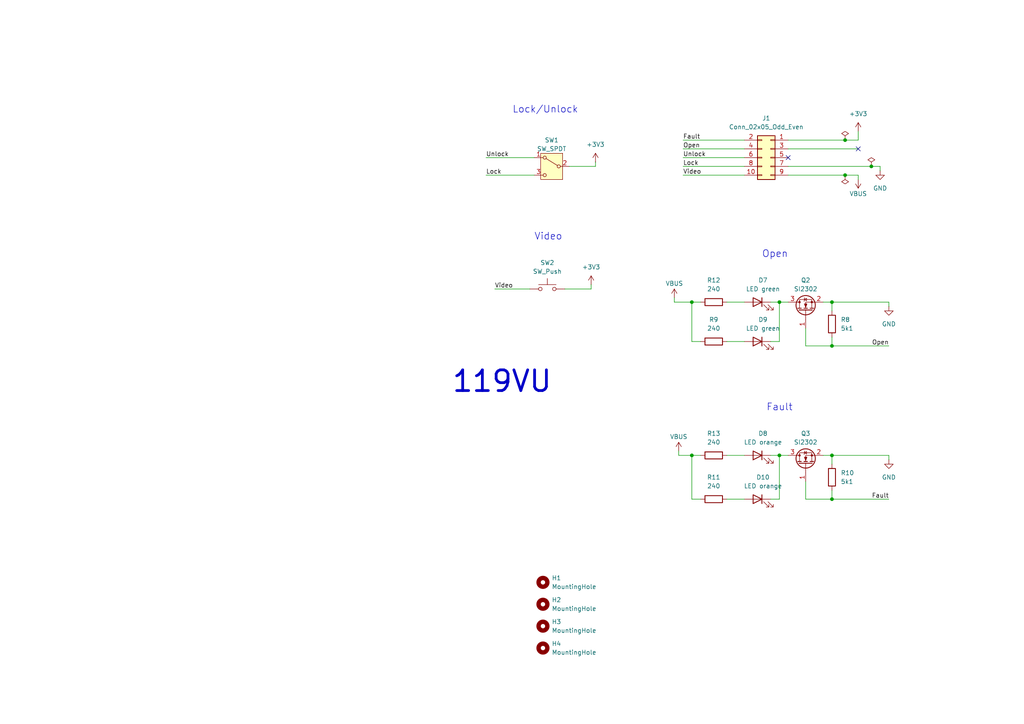
<source format=kicad_sch>
(kicad_sch (version 20231120) (generator "eeschema") (generator_version "8.0")
  (paper "A4")
  (lib_symbols
    (symbol "+3V3_1" (power) (pin_numbers hide) (pin_names (offset 0) hide)
      (property "Value" "+3V3" (at 0 3.556 0))
      (symbol "+3V3_1_0_1"
        (polyline (pts (xy -0.762 1.27) (xy 0 2.54)))
        (polyline (pts (xy 0 0) (xy 0 2.54)))
        (polyline (pts (xy 0 2.54) (xy 0.762 1.27)))
      )
      (symbol "+3V3_1_1_1"
        (pin power_in line (at 0 0 90) (length 0) (name "~") (number "1"))
      )
    )
    (symbol "Connector_Generic:Conn_02x05_Odd_Even" (pin_names (offset 1.016) hide)
      (property "Reference" "J" (at 1.27 7.62 0))
      (property "Value" "Conn_02x05_Odd_Even" (at 1.27 -7.62 0))
      (symbol "Conn_02x05_Odd_Even_1_1"
        (rectangle (start -1.27 -4.953) (end 0 -5.207) (stroke (width 0.1524)))
        (rectangle (start -1.27 -2.413) (end 0 -2.667) (stroke (width 0.1524)))
        (rectangle (start -1.27 0.127) (end 0 -0.127) (stroke (width 0.1524)))
        (rectangle (start -1.27 2.667) (end 0 2.413) (stroke (width 0.1524)))
        (rectangle (start -1.27 5.207) (end 0 4.953) (stroke (width 0.1524)))
        (rectangle (start -1.27 6.35) (end 3.81 -6.35) (stroke (width 0.254)) (fill (type background)))
        (rectangle (start 3.81 -4.953) (end 2.54 -5.207) (stroke (width 0.1524)))
        (rectangle (start 3.81 -2.413) (end 2.54 -2.667) (stroke (width 0.1524)))
        (rectangle (start 3.81 0.127) (end 2.54 -0.127) (stroke (width 0.1524)))
        (rectangle (start 3.81 2.667) (end 2.54 2.413) (stroke (width 0.1524)))
        (rectangle (start 3.81 5.207) (end 2.54 4.953) (stroke (width 0.1524)))
        (pin passive line (at -5.08 5.08 0) (length 3.81) (name "Pin_1") (number "1"))
        (pin passive line (at 7.62 -5.08 180) (length 3.81) (name "Pin_10") (number "10"))
        (pin passive line (at 7.62 5.08 180) (length 3.81) (name "Pin_2") (number "2"))
        (pin passive line (at -5.08 2.54 0) (length 3.81) (name "Pin_3") (number "3"))
        (pin passive line (at 7.62 2.54 180) (length 3.81) (name "Pin_4") (number "4"))
        (pin passive line (at -5.08 0 0) (length 3.81) (name "Pin_5") (number "5"))
        (pin passive line (at 7.62 0 180) (length 3.81) (name "Pin_6") (number "6"))
        (pin passive line (at -5.08 -2.54 0) (length 3.81) (name "Pin_7") (number "7"))
        (pin passive line (at 7.62 -2.54 180) (length 3.81) (name "Pin_8") (number "8"))
        (pin passive line (at -5.08 -5.08 0) (length 3.81) (name "Pin_9") (number "9"))
      )
    )
    (symbol "Device:LED" (pin_numbers hide) (pin_names (offset 1.016) hide)
      (property "Reference" "D" (at 0 2.54 0))
      (property "Value" "LED" (at 0 -2.54 0))
      (symbol "LED_0_1"
        (polyline (pts (xy -1.27 -1.27) (xy -1.27 1.27)) (stroke (width 0.254)))
        (polyline (pts (xy -1.27 0) (xy 1.27 0)))
        (polyline (pts (xy 1.27 -1.27) (xy 1.27 1.27) (xy -1.27 0) (xy 1.27 -1.27)) (stroke (width 0.254)))
        (polyline (pts (xy -3.048 -0.762) (xy -4.572 -2.286) (xy -3.81 -2.286) (xy -4.572 -2.286) (xy -4.572 -1.524)))
        (polyline (pts (xy -1.778 -0.762) (xy -3.302 -2.286) (xy -2.54 -2.286) (xy -3.302 -2.286) (xy -3.302 -1.524)))
      )
      (symbol "LED_1_1"
        (pin passive line (at -3.81 0 0) (length 2.54) (name "K") (number "1"))
        (pin passive line (at 3.81 0 180) (length 2.54) (name "A") (number "2"))
      )
    )
    (symbol "Device:R" (pin_numbers hide) (pin_names (offset 0))
      (property "Reference" "R" (at 2.032 0 90))
      (property "Value" "R" (at 0 0 90))
      (symbol "R_0_1"
        (rectangle (start -1.016 -2.54) (end 1.016 2.54) (stroke (width 0.254)))
      )
      (symbol "R_1_1"
        (pin passive line (at 0 3.81 270) (length 1.27) (name "~") (number "1"))
        (pin passive line (at 0 -3.81 90) (length 1.27) (name "~") (number "2"))
      )
    )
    (symbol "GND_1" (power) (pin_numbers hide) (pin_names (offset 0) hide)
      (property "Value" "GND" (at 0 -3.81 0))
      (symbol "GND_1_0_1"
        (polyline (pts (xy 0 0) (xy 0 -1.27) (xy 1.27 -1.27) (xy 0 -2.54) (xy -1.27 -1.27) (xy 0 -1.27)))
      )
      (symbol "GND_1_1_1"
        (pin power_in line (at 0 0 270) (length 0) (name "~") (number "1"))
      )
    )
    (symbol "GND_2" (power) (pin_numbers hide) (pin_names (offset 0) hide)
      (property "Value" "GND" (at 0 -3.81 0))
      (symbol "GND_2_0_1"
        (polyline (pts (xy 0 0) (xy 0 -1.27) (xy 1.27 -1.27) (xy 0 -2.54) (xy -1.27 -1.27) (xy 0 -1.27)))
      )
      (symbol "GND_2_1_1"
        (pin power_in line (at 0 0 270) (length 0) (name "~") (number "1"))
      )
    )
    (symbol "Mechanical:MountingHole" (pin_names (offset 1.016))
      (property "Reference" "H" (at 0 5.08 0))
      (property "Value" "MountingHole" (at 0 3.175 0))
      (symbol "MountingHole_0_1"
        (circle (center 0 0) (radius 1.27) (stroke (width 1.27)))
      )
    )
    (symbol "Switch:SW_Push" (pin_numbers hide) (pin_names (offset 1.016) hide)
      (property "Reference" "SW" (at 1.27 2.54 0))
      (property "Value" "SW_Push" (at 0 -1.524 0))
      (symbol "SW_Push_0_1"
        (circle (center -2.032 0) (radius 0.508))
        (polyline (pts (xy 0 1.27) (xy 0 3.048)))
        (polyline (pts (xy 2.54 1.27) (xy -2.54 1.27)))
        (circle (center 2.032 0) (radius 0.508))
        (pin passive line (at -5.08 0 0) (length 2.54) (name "1") (number "1"))
        (pin passive line (at 5.08 0 180) (length 2.54) (name "2") (number "2"))
      )
    )
    (symbol "Switch:SW_SPDT" (pin_names (offset 0) hide)
      (property "Reference" "SW" (at 0 5.08 0))
      (property "Value" "SW_SPDT" (at 0 -5.08 0))
      (symbol "SW_SPDT_0_1"
        (circle (center -2.032 0) (radius 0.4572))
        (polyline (pts (xy -1.651 0.254) (xy 1.651 2.286)))
        (circle (center 2.032 -2.54) (radius 0.4572))
        (circle (center 2.032 2.54) (radius 0.4572))
      )
      (symbol "SW_SPDT_1_1"
        (rectangle (start -3.175 3.81) (end 3.175 -3.81) (fill (type background)))
        (pin passive line (at 5.08 2.54 180) (length 2.54) (name "A") (number "1"))
        (pin passive line (at -5.08 0 0) (length 2.54) (name "B") (number "2"))
        (pin passive line (at 5.08 -2.54 180) (length 2.54) (name "C") (number "3"))
      )
    )
    (symbol "Transistor_FET:2N7002K" (pin_names hide)
      (property "Reference" "Q" (at 5.08 1.905 0))
      (property "Value" "2N7002K" (at 5.08 0 0))
      (symbol "2N7002K_0_1"
        (polyline (pts (xy 0.254 0) (xy -2.54 0)))
        (polyline (pts (xy 0.254 1.905) (xy 0.254 -1.905)) (stroke (width 0.254)))
        (polyline (pts (xy 0.762 -1.27) (xy 0.762 -2.286)) (stroke (width 0.254)))
        (polyline (pts (xy 0.762 0.508) (xy 0.762 -0.508)) (stroke (width 0.254)))
        (polyline (pts (xy 0.762 2.286) (xy 0.762 1.27)) (stroke (width 0.254)))
        (polyline (pts (xy 2.54 2.54) (xy 2.54 1.778)))
        (polyline (pts (xy 2.54 -2.54) (xy 2.54 0) (xy 0.762 0)))
        (polyline (pts (xy 0.762 -1.778) (xy 3.302 -1.778) (xy 3.302 1.778) (xy 0.762 1.778)))
        (polyline (pts (xy 1.016 0) (xy 2.032 0.381) (xy 2.032 -0.381) (xy 1.016 0)) (fill (type outline)))
        (polyline (pts (xy 2.794 0.508) (xy 2.921 0.381) (xy 3.683 0.381) (xy 3.81 0.254)))
        (polyline (pts (xy 3.302 0.381) (xy 2.921 -0.254) (xy 3.683 -0.254) (xy 3.302 0.381)))
        (circle (center 1.651 0) (radius 2.794) (stroke (width 0.254)))
        (circle (center 2.54 -1.778) (radius 0.254) (fill (type outline)))
        (circle (center 2.54 1.778) (radius 0.254) (fill (type outline)))
      )
      (symbol "2N7002K_1_1"
        (pin input line (at -5.08 0 0) (length 2.54) (name "G") (number "1"))
        (pin passive line (at 2.54 -5.08 90) (length 2.54) (name "S") (number "2"))
        (pin passive line (at 2.54 5.08 270) (length 2.54) (name "D") (number "3"))
      )
    )
    (symbol "VBUS_1" (power) (pin_numbers hide) (pin_names (offset 0) hide)
      (property "Value" "VBUS" (at 0 3.556 0))
      (symbol "VBUS_1_0_1"
        (polyline (pts (xy -0.762 1.27) (xy 0 2.54)))
        (polyline (pts (xy 0 0) (xy 0 2.54)))
        (polyline (pts (xy 0 2.54) (xy 0.762 1.27)))
      )
      (symbol "VBUS_1_1_1"
        (pin power_in line (at 0 0 90) (length 0) (name "~") (number "1"))
      )
    )
    (symbol "VBUS_2" (power) (pin_numbers hide) (pin_names (offset 0) hide)
      (property "Value" "VBUS" (at 0 3.556 0))
      (symbol "VBUS_2_0_1"
        (polyline (pts (xy -0.762 1.27) (xy 0 2.54)))
        (polyline (pts (xy 0 0) (xy 0 2.54)))
        (polyline (pts (xy 0 2.54) (xy 0.762 1.27)))
      )
      (symbol "VBUS_2_1_1"
        (pin power_in line (at 0 0 90) (length 0) (name "~") (number "1"))
      )
    )
    (symbol "power:+3V3" (power) (pin_numbers hide) (pin_names (offset 0) hide)
      (property "Value" "+3V3" (at 0 3.556 0))
      (symbol "+3V3_0_1"
        (polyline (pts (xy -0.762 1.27) (xy 0 2.54)))
        (polyline (pts (xy 0 0) (xy 0 2.54)))
        (polyline (pts (xy 0 2.54) (xy 0.762 1.27)))
      )
      (symbol "+3V3_1_1"
        (pin power_in line (at 0 0 90) (length 0) (name "~") (number "1"))
      )
    )
    (symbol "power:GND" (power) (pin_numbers hide) (pin_names (offset 0) hide)
      (property "Value" "GND" (at 0 -3.81 0))
      (symbol "GND_0_1"
        (polyline (pts (xy 0 0) (xy 0 -1.27) (xy 1.27 -1.27) (xy 0 -2.54) (xy -1.27 -1.27) (xy 0 -1.27)))
      )
      (symbol "GND_1_1"
        (pin power_in line (at 0 0 270) (length 0) (name "~") (number "1"))
      )
    )
    (symbol "power:PWR_FLAG" (power) (pin_numbers hide) (pin_names (offset 0) hide)
      (property "Value" "PWR_FLAG" (at 0 3.81 0))
      (symbol "PWR_FLAG_0_0"
        (pin power_out line (at 0 0 90) (length 0) (name "~") (number "1"))
      )
      (symbol "PWR_FLAG_0_1"
        (polyline (pts (xy 0 0) (xy 0 1.27) (xy -1.016 1.905) (xy 0 2.54) (xy 1.016 1.905) (xy 0 1.27)))
      )
    )
    (symbol "power:VBUS" (power) (pin_numbers hide) (pin_names (offset 0) hide)
      (property "Value" "VBUS" (at 0 3.556 0))
      (symbol "VBUS_0_1"
        (polyline (pts (xy -0.762 1.27) (xy 0 2.54)))
        (polyline (pts (xy 0 0) (xy 0 2.54)))
        (polyline (pts (xy 0 2.54) (xy 0.762 1.27)))
      )
      (symbol "VBUS_1_1"
        (pin power_in line (at 0 0 90) (length 0) (name "~") (number "1"))
      )
    )
  )
  (junction (at 241.3 132.08))
  (junction (at 226.06 132.08))
  (junction (at 241.3 100.33))
  (junction (at 200.66 87.63))
  (junction (at 241.3 144.78))
  (junction (at 241.3 87.63))
  (junction (at 245.11 50.8))
  (junction (at 252.73 48.26))
  (junction (at 245.11 40.64))
  (junction (at 226.06 87.63))
  (junction (at 200.66 132.08))
  (no_connect (at 228.6 45.72))
  (no_connect (at 248.92 43.18))
  (wire (pts (xy 241.3 144.78) (xy 257.81 144.78)))
  (wire (pts (xy 257.81 133.35) (xy 257.81 132.08)))
  (wire (pts (xy 140.97 50.8) (xy 154.94 50.8)))
  (wire (pts (xy 196.85 132.08) (xy 200.66 132.08)))
  (wire (pts (xy 165.1 48.26) (xy 172.72 48.26)))
  (wire (pts (xy 241.3 87.63) (xy 241.3 90.17)))
  (wire (pts (xy 233.68 139.7) (xy 233.68 144.78)))
  (wire (pts (xy 210.82 132.08) (xy 215.9 132.08)))
  (wire (pts (xy 198.12 40.64) (xy 215.9 40.64)))
  (wire (pts (xy 233.68 95.25) (xy 233.68 100.33)))
  (wire (pts (xy 248.92 38.1) (xy 248.92 40.64)))
  (wire (pts (xy 241.3 100.33) (xy 257.81 100.33)))
  (wire (pts (xy 226.06 87.63) (xy 228.6 87.63)))
  (wire (pts (xy 198.12 50.8) (xy 215.9 50.8)))
  (wire (pts (xy 226.06 87.63) (xy 226.06 99.06)))
  (wire (pts (xy 140.97 45.72) (xy 154.94 45.72)))
  (wire (pts (xy 238.76 87.63) (xy 241.3 87.63)))
  (wire (pts (xy 210.82 87.63) (xy 215.9 87.63)))
  (wire (pts (xy 245.11 50.8) (xy 248.92 50.8)))
  (wire (pts (xy 210.82 99.06) (xy 215.9 99.06)))
  (wire (pts (xy 223.52 87.63) (xy 226.06 87.63)))
  (wire (pts (xy 228.6 48.26) (xy 252.73 48.26)))
  (wire (pts (xy 172.72 46.99) (xy 172.72 48.26)))
  (wire (pts (xy 226.06 132.08) (xy 228.6 132.08)))
  (wire (pts (xy 228.6 50.8) (xy 245.11 50.8)))
  (wire (pts (xy 255.27 48.26) (xy 255.27 49.53)))
  (wire (pts (xy 163.83 83.82) (xy 171.45 83.82)))
  (wire (pts (xy 200.66 132.08) (xy 203.2 132.08)))
  (wire (pts (xy 223.52 144.78) (xy 226.06 144.78)))
  (wire (pts (xy 200.66 87.63) (xy 203.2 87.63)))
  (wire (pts (xy 248.92 52.07) (xy 248.92 50.8)))
  (wire (pts (xy 238.76 132.08) (xy 241.3 132.08)))
  (wire (pts (xy 257.81 87.63) (xy 241.3 87.63)))
  (wire (pts (xy 228.6 43.18) (xy 248.92 43.18)))
  (wire (pts (xy 198.12 48.26) (xy 215.9 48.26)))
  (wire (pts (xy 257.81 88.9) (xy 257.81 87.63)))
  (wire (pts (xy 226.06 144.78) (xy 226.06 132.08)))
  (wire (pts (xy 198.12 45.72) (xy 215.9 45.72)))
  (wire (pts (xy 223.52 99.06) (xy 226.06 99.06)))
  (wire (pts (xy 257.81 132.08) (xy 241.3 132.08)))
  (wire (pts (xy 228.6 40.64) (xy 245.11 40.64)))
  (wire (pts (xy 252.73 48.26) (xy 255.27 48.26)))
  (wire (pts (xy 245.11 40.64) (xy 248.92 40.64)))
  (wire (pts (xy 210.82 144.78) (xy 215.9 144.78)))
  (wire (pts (xy 233.68 100.33) (xy 241.3 100.33)))
  (wire (pts (xy 203.2 144.78) (xy 200.66 144.78)))
  (wire (pts (xy 196.85 132.08) (xy 196.85 130.81)))
  (wire (pts (xy 203.2 99.06) (xy 200.66 99.06)))
  (wire (pts (xy 171.45 82.55) (xy 171.45 83.82)))
  (wire (pts (xy 233.68 144.78) (xy 241.3 144.78)))
  (wire (pts (xy 241.3 142.24) (xy 241.3 144.78)))
  (wire (pts (xy 223.52 132.08) (xy 226.06 132.08)))
  (wire (pts (xy 195.58 87.63) (xy 200.66 87.63)))
  (wire (pts (xy 241.3 132.08) (xy 241.3 134.62)))
  (wire (pts (xy 143.51 83.82) (xy 153.67 83.82)))
  (wire (pts (xy 195.58 87.63) (xy 195.58 86.36)))
  (wire (pts (xy 200.66 144.78) (xy 200.66 132.08)))
  (wire (pts (xy 198.12 43.18) (xy 215.9 43.18)))
  (wire (pts (xy 200.66 99.06) (xy 200.66 87.63)))
  (wire (pts (xy 241.3 97.79) (xy 241.3 100.33)))
  (text "Video" (at 154.94 69.85 0) (effects (font (size 2 2)) (justify left bottom)))
  (text "Fault" (at 222.25 119.38 0) (effects (font (size 2 2)) (justify left bottom)))
  (text "119VU" (at 130.81 114.3 0) (effects (font (size 6 6) (thickness 0.8) (bold yes)) (justify left bottom)))
  (text "Lock/Unlock" (at 148.59 33.02 0) (effects (font (size 2 2)) (justify left bottom)))
  (text "Open" (at 220.98 74.93 0) (effects (font (size 2 2)) (justify left bottom)))
  (label "Video" (at 143.51 83.82 0))
  (label "Lock" (at 140.97 50.8 0))
  (label "Open" (at 198.12 43.18 0))
  (label "Fault" (at 198.12 40.64 0))
  (label "Open" (at 257.81 100.33 180))
  (label "Unlock" (at 198.12 45.72 0))
  (label "Lock" (at 198.12 48.26 0))
  (label "Fault" (at 257.81 144.78 180))
  (label "Video" (at 198.12 50.8 0))
  (label "Unlock" (at 140.97 45.72 0))
  (symbol (lib_name "VBUS_2") (lib_id "power:VBUS") (at 196.85 130.81 0) (unit 1)
    (property "Reference" "#PWR05" (effects (hide yes)))
    (property "Value" "VBUS" (at 196.85 126.6769 0))
    (property "Description" "Power symbol creates a global label with name \"VBUS\"" (effects (hide yes)))
  )
  (symbol (lib_id "power:PWR_FLAG") (at 252.73 48.26 0) (unit 1)
    (property "Reference" "#FLG03" (effects (hide yes)))
    (property "Value" "PWR_FLAG" (effects (hide yes)))
    (property "Description" "Special symbol for telling ERC where power comes from" (effects (hide yes)))
  )
  (symbol (lib_id "Transistor_FET:2N7002K") (at 233.68 134.62 90) (unit 1)
    (property "Reference" "Q3" (at 233.68 125.73 90))
    (property "Value" "SI2302" (at 233.68 128.27 90))
    (property "Footprint" "Package_TO_SOT_SMD:SOT-23" (effects (hide yes)))
    (property "Datasheet" "https://www.diodes.com/assets/Datasheets/ds30896.pdf" (effects (hide yes)))
    (property "Description" "0.38A Id, 60V Vds, N-Channel MOSFET, SOT-23" (effects (hide yes)))
    (property "Manufracturer" "YONGYUTAI" (effects (hide yes)))
    (property "Manufracturer Part Number" "SI2302" (effects (hide yes)))
    (property "JLCPCB Part" "C2891732" (effects (hide yes)))
  )
  (symbol (lib_id "Mechanical:MountingHole") (at 157.48 181.61 0) (unit 1) (in_bom no)
    (property "Reference" "H3" (at 160.02 180.34 0) (effects (justify left)))
    (property "Value" "MountingHole" (at 160.02 182.88 0) (effects (justify left)))
    (property "Footprint" "MountingHole:MountingHole_2.2mm_M2" (effects (hide yes)))
  )
  (symbol (lib_id "Mechanical:MountingHole") (at 157.48 175.26 0) (unit 1) (in_bom no)
    (property "Reference" "H2" (at 160.02 173.99 0) (effects (justify left)))
    (property "Value" "MountingHole" (at 160.02 176.53 0) (effects (justify left)))
    (property "Footprint" "MountingHole:MountingHole_2.2mm_M2" (effects (hide yes)))
  )
  (symbol (lib_id "power:+3V3") (at 248.92 38.1 0) (unit 1)
    (property "Reference" "#PWR014" (effects (hide yes)))
    (property "Value" "+3V3" (at 248.92 33.02 0))
    (property "Description" "Power symbol creates a global label with name \"+3V3\"" (effects (hide yes)))
  )
  (symbol (lib_name "+3V3_1") (lib_id "power:+3V3") (at 171.45 82.55 0) (unit 1)
    (property "Reference" "#PWR013" (effects (hide yes)))
    (property "Value" "+3V3" (at 171.45 77.47 0))
    (property "Description" "Power symbol creates a global label with name \"+3V3\"" (effects (hide yes)))
  )
  (symbol (lib_id "Mechanical:MountingHole") (at 157.48 187.96 0) (unit 1) (in_bom no)
    (property "Reference" "H4" (at 160.02 186.69 0) (effects (justify left)))
    (property "Value" "MountingHole" (at 160.02 189.23 0) (effects (justify left)))
    (property "Footprint" "MountingHole:MountingHole_2.2mm_M2" (effects (hide yes)))
  )
  (symbol (lib_id "Switch:SW_SPDT") (at 160.02 48.26 0) (mirror y) (unit 1)
    (property "Reference" "SW1" (at 160.02 40.64 0))
    (property "Value" "SW_SPDT" (at 160.02 43.18 0))
    (property "Footprint" "NiasStuff:SW_SPDT_YUEN-FUNG_ST-0-103-A01-T000-RS" (effects (hide yes)))
    (property "Description" "Switch, single pole double throw" (effects (hide yes)))
    (property "JLCPCB Part" "C1788488" (effects (hide yes)))
    (property "Manufracturer" "YUEN FUNG" (effects (hide yes)))
    (property "Manufracturer Part Number" "ST-0-103-A01-T000-RS" (effects (hide yes)))
  )
  (symbol (lib_id "Device:R") (at 207.01 99.06 90) (unit 1)
    (property "Reference" "R9" (at 207.01 92.71 90))
    (property "Value" "240" (at 207.01 95.25 90))
    (property "Footprint" "Resistor_SMD:R_0805_2012Metric" (effects (hide yes)))
    (property "Datasheet" "https://www.lcsc.com/datasheet/lcsc_datasheet_2206010200_UNI-ROYAL-Uniroyal-Elec-0805W8F2400T5E_C17572.pdf" (effects (hide yes)))
    (property "JLCPCB Part" "C17572" (effects (hide yes)))
    (property "Manufracturer" "UNI-ROYAL(Uniroyal Elec)" (effects (hide yes)))
    (property "Manufracturer Part Number" "0805W8F2400T5E" (effects (hide yes)))
  )
  (symbol (lib_id "power:PWR_FLAG") (at 245.11 40.64 0) (unit 1)
    (property "Reference" "#FLG01" (effects (hide yes)))
    (property "Value" "PWR_FLAG" (effects (hide yes)))
    (property "Description" "Special symbol for telling ERC where power comes from" (effects (hide yes)))
  )
  (symbol (lib_id "Device:LED") (at 219.71 99.06 0) (mirror y) (unit 1)
    (property "Reference" "D9" (at 221.2975 92.71 0))
    (property "Value" "LED green" (at 221.2975 95.25 0))
    (property "Footprint" "LED_SMD:LED_0805_2012Metric" (effects (hide yes)))
    (property "Datasheet" "https://www.lcsc.com/datasheet/lcsc_datasheet_2402181505_XINGLIGHT-XL-2012SYGC_C965816.pdf" (effects (hide yes)))
    (property "JLCPCB Part" "C965816" (effects (hide yes)))
    (property "Manufracturer" "XINGLIGHT" (effects (hide yes)))
    (property "Manufracturer Part Number" "XL-2012SYGC" (effects (hide yes)))
  )
  (symbol (lib_id "Device:R") (at 207.01 87.63 90) (unit 1)
    (property "Reference" "R12" (at 207.01 81.28 90))
    (property "Value" "240" (at 207.01 83.82 90))
    (property "Footprint" "Resistor_SMD:R_0805_2012Metric" (effects (hide yes)))
    (property "Datasheet" "https://www.lcsc.com/datasheet/lcsc_datasheet_2206010200_UNI-ROYAL-Uniroyal-Elec-0805W8F2400T5E_C17572.pdf" (effects (hide yes)))
    (property "JLCPCB Part" "C17572" (effects (hide yes)))
    (property "Manufracturer" "UNI-ROYAL(Uniroyal Elec)" (effects (hide yes)))
    (property "Manufracturer Part Number" "0805W8F2400T5E" (effects (hide yes)))
  )
  (symbol (lib_id "Connector_Generic:Conn_02x05_Odd_Even") (at 223.52 45.72 0) (mirror y) (unit 1)
    (property "Reference" "J1" (at 222.25 34.29 0))
    (property "Value" "Conn_02x05_Odd_Even" (at 222.25 36.83 0))
    (property "Footprint" "Connector_IDC:IDC-Header_2x05_P2.54mm_Vertical" (effects (hide yes)))
    (property "Datasheet" "https://www.lcsc.com/datasheet/lcsc_datasheet_1810281612_BOOMELE-Boom-Precision-Elec-2-54-2-5P_C5665.pdf" (effects (hide yes)))
    (property "JLCPCB Part" "C5665" (effects (hide yes)))
    (property "Manufracturer" "BOOMELE(Boom Precision Elec)" (effects (hide yes)))
    (property "Manufracturer Part Number" "2.54-2*5P" (effects (hide yes)))
  )
  (symbol (lib_id "power:PWR_FLAG") (at 245.11 50.8 180) (unit 1)
    (property "Reference" "#FLG02" (effects (hide yes)))
    (property "Value" "PWR_FLAG" (effects (hide yes)))
    (property "Description" "Special symbol for telling ERC where power comes from" (effects (hide yes)))
  )
  (symbol (lib_id "Device:R") (at 241.3 93.98 180) (unit 1)
    (property "Reference" "R8" (at 243.84 92.71 0) (effects (justify right)))
    (property "Value" "5k1" (at 243.84 95.25 0) (effects (justify right)))
    (property "Footprint" "Resistor_SMD:R_0603_1608Metric" (effects (hide yes)))
    (property "Datasheet" "https://www.lcsc.com/datasheet/lcsc_datasheet_2206010116_UNI-ROYAL-Uniroyal-Elec-0603WAF5101T5E_C23186.pdf" (effects (hide yes)))
    (property "JLCPCB Part" "C23186" (effects (hide yes)))
    (property "Manufracturer" "UNI-ROYAL(Uniroyal Elec)" (effects (hide yes)))
    (property "Manufracturer Part Number" "0603WAF5101T5E" (effects (hide yes)))
  )
  (symbol (lib_name "GND_2") (lib_id "power:GND") (at 257.81 133.35 0) (unit 1)
    (property "Reference" "#PWR06" (effects (hide yes)))
    (property "Value" "GND" (at 257.81 138.43 0))
    (property "Description" "Power symbol creates a global label with name \"GND\" , ground" (effects (hide yes)))
  )
  (symbol (lib_id "Device:LED") (at 219.71 144.78 0) (mirror y) (unit 1)
    (property "Reference" "D10" (at 221.2975 138.43 0))
    (property "Value" "LED orange" (at 221.2975 140.97 0))
    (property "Footprint" "LED_SMD:LED_0603_1608Metric" (effects (hide yes)))
    (property "Datasheet" "https://datasheet.lcsc.com/lcsc/1810201530_BrtLed-Bright-LED-Elec-BL-HKC36G-AV-TRB_C165981.pdf" (effects (hide yes)))
    (property "JLCPCB Part" "C165981" (effects (hide yes)))
    (property "Manufracturer" "BrtLed(Bright LED Elec)" (effects (hide yes)))
    (property "Manufracturer Part Number" "BL-HKC36G-AV-TRB" (effects (hide yes)))
  )
  (symbol (lib_id "power:GND") (at 255.27 49.53 0) (unit 1)
    (property "Reference" "#PWR016" (effects (hide yes)))
    (property "Value" "GND" (at 255.27 54.61 0))
    (property "Description" "Power symbol creates a global label with name \"GND\" , ground" (effects (hide yes)))
  )
  (symbol (lib_name "GND_1") (lib_id "power:GND") (at 257.81 88.9 0) (unit 1)
    (property "Reference" "#PWR03" (effects (hide yes)))
    (property "Value" "GND" (at 257.81 93.98 0))
    (property "Description" "Power symbol creates a global label with name \"GND\" , ground" (effects (hide yes)))
  )
  (symbol (lib_id "Device:R") (at 241.3 138.43 180) (unit 1)
    (property "Reference" "R10" (at 243.84 137.16 0) (effects (justify right)))
    (property "Value" "5k1" (at 243.84 139.7 0) (effects (justify right)))
    (property "Footprint" "Resistor_SMD:R_0603_1608Metric" (effects (hide yes)))
    (property "Datasheet" "https://www.lcsc.com/datasheet/lcsc_datasheet_2206010116_UNI-ROYAL-Uniroyal-Elec-0603WAF5101T5E_C23186.pdf" (effects (hide yes)))
    (property "JLCPCB Part" "C23186" (effects (hide yes)))
    (property "Manufracturer" "UNI-ROYAL(Uniroyal Elec)" (effects (hide yes)))
    (property "Manufracturer Part Number" "0603WAF5101T5E" (effects (hide yes)))
  )
  (symbol (lib_id "Switch:SW_Push") (at 158.75 83.82 0) (unit 1)
    (property "Reference" "SW2" (at 158.75 76.2 0))
    (property "Value" "SW_Push" (at 158.75 78.74 0))
    (property "Footprint" "Button_Switch_SMD:SW_Push_1TS009xxxx-xxxx-xxxx_6x6x5mm" (effects (hide yes)))
    (property "Datasheet" "https://www.lcsc.com/datasheet/lcsc_datasheet_1811151231_HYP--Hongyuan-Precision-1TS009A-1800-5000-CT_C319409.pdf" (effects (hide yes)))
    (property "JLCPCB Part" "C319409" (effects (hide yes)))
    (property "Manufracturer" "HYP (Hongyuan Precision)" (effects (hide yes)))
    (property "Manufracturer Part Number" "1TS009A-1800-5000-CT" (effects (hide yes)))
  )
  (symbol (lib_id "Transistor_FET:2N7002K") (at 233.68 90.17 90) (unit 1)
    (property "Reference" "Q2" (at 233.68 81.28 90))
    (property "Value" "SI2302" (at 233.68 83.82 90))
    (property "Footprint" "Package_TO_SOT_SMD:SOT-23" (effects (hide yes)))
    (property "Datasheet" "https://www.diodes.com/assets/Datasheets/ds30896.pdf" (effects (hide yes)))
    (property "Description" "0.38A Id, 60V Vds, N-Channel MOSFET, SOT-23" (effects (hide yes)))
    (property "Manufracturer" "YONGYUTAI" (effects (hide yes)))
    (property "Manufracturer Part Number" "SI2302" (effects (hide yes)))
    (property "JLCPCB Part" "C2891732" (effects (hide yes)))
  )
  (symbol (lib_id "Mechanical:MountingHole") (at 157.48 168.91 0) (unit 1) (in_bom no)
    (property "Reference" "H1" (at 160.02 167.64 0) (effects (justify left)))
    (property "Value" "MountingHole" (at 160.02 170.18 0) (effects (justify left)))
    (property "Footprint" "MountingHole:MountingHole_2.2mm_M2" (effects (hide yes)))
  )
  (symbol (lib_id "power:+3V3") (at 172.72 46.99 0) (unit 1)
    (property "Reference" "#PWR019" (effects (hide yes)))
    (property "Value" "+3V3" (at 172.72 41.91 0))
    (property "Description" "Power symbol creates a global label with name \"+3V3\"" (effects (hide yes)))
  )
  (symbol (lib_id "Device:LED") (at 219.71 132.08 0) (mirror y) (unit 1)
    (property "Reference" "D8" (at 221.2975 125.73 0))
    (property "Value" "LED orange" (at 221.2975 128.27 0))
    (property "Footprint" "LED_SMD:LED_0603_1608Metric" (effects (hide yes)))
    (property "Datasheet" "https://datasheet.lcsc.com/lcsc/1810201530_BrtLed-Bright-LED-Elec-BL-HKC36G-AV-TRB_C165981.pdf" (effects (hide yes)))
    (property "JLCPCB Part" "C165981" (effects (hide yes)))
    (property "Manufracturer" "BrtLed(Bright LED Elec)" (effects (hide yes)))
    (property "Manufracturer Part Number" "BL-HKC36G-AV-TRB" (effects (hide yes)))
  )
  (symbol (lib_id "power:VBUS") (at 248.92 52.07 180) (unit 1)
    (property "Reference" "#PWR015" (effects (hide yes)))
    (property "Value" "VBUS" (at 248.92 56.2031 0))
    (property "Description" "Power symbol creates a global label with name \"VBUS\"" (effects (hide yes)))
  )
  (symbol (lib_id "Device:R") (at 207.01 132.08 90) (unit 1)
    (property "Reference" "R13" (at 207.01 125.73 90))
    (property "Value" "240" (at 207.01 128.27 90))
    (property "Footprint" "Resistor_SMD:R_0805_2012Metric" (effects (hide yes)))
    (property "Datasheet" "https://www.lcsc.com/datasheet/lcsc_datasheet_2206010200_UNI-ROYAL-Uniroyal-Elec-0805W8F2400T5E_C17572.pdf" (effects (hide yes)))
    (property "JLCPCB Part" "C17572" (effects (hide yes)))
    (property "Manufracturer" "UNI-ROYAL(Uniroyal Elec)" (effects (hide yes)))
    (property "Manufracturer Part Number" "0805W8F2400T5E" (effects (hide yes)))
  )
  (symbol (lib_id "Device:R") (at 207.01 144.78 90) (unit 1)
    (property "Reference" "R11" (at 207.01 138.43 90))
    (property "Value" "240" (at 207.01 140.97 90))
    (property "Footprint" "Resistor_SMD:R_0805_2012Metric" (effects (hide yes)))
    (property "Datasheet" "https://www.lcsc.com/datasheet/lcsc_datasheet_2206010200_UNI-ROYAL-Uniroyal-Elec-0805W8F2400T5E_C17572.pdf" (effects (hide yes)))
    (property "JLCPCB Part" "C17572" (effects (hide yes)))
    (property "Manufracturer" "UNI-ROYAL(Uniroyal Elec)" (effects (hide yes)))
    (property "Manufracturer Part Number" "0805W8F2400T5E" (effects (hide yes)))
  )
  (symbol (lib_name "VBUS_1") (lib_id "power:VBUS") (at 195.58 86.36 0) (unit 1)
    (property "Reference" "#PWR04" (effects (hide yes)))
    (property "Value" "VBUS" (at 195.58 82.2269 0))
    (property "Description" "Power symbol creates a global label with name \"VBUS\"" (effects (hide yes)))
  )
  (symbol (lib_id "Device:LED") (at 219.71 87.63 0) (mirror y) (unit 1)
    (property "Reference" "D7" (at 221.2975 81.28 0))
    (property "Value" "LED green" (at 221.2975 83.82 0))
    (property "Footprint" "LED_SMD:LED_0805_2012Metric" (effects (hide yes)))
    (property "Datasheet" "https://www.lcsc.com/datasheet/lcsc_datasheet_2402181505_XINGLIGHT-XL-2012SYGC_C965816.pdf" (effects (hide yes)))
    (property "JLCPCB Part" "C965816" (effects (hide yes)))
    (property "Manufracturer" "XINGLIGHT" (effects (hide yes)))
    (property "Manufracturer Part Number" "XL-2012SYGC" (effects (hide yes)))
  )
)
</source>
